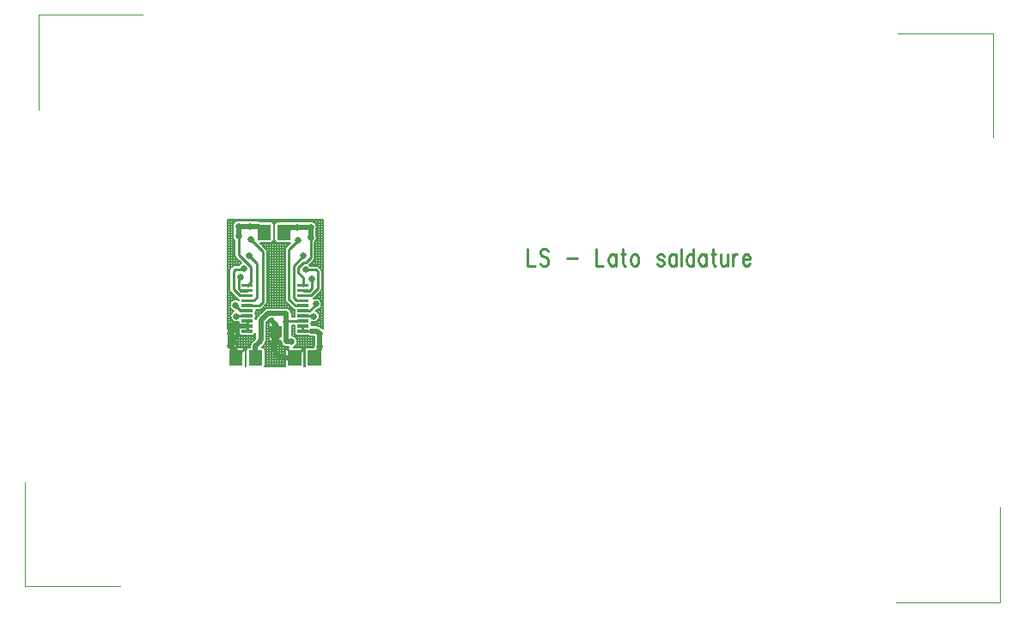
<source format=gbr>
*
*
G04 PADS Layout (Build Number 2007.65.1) generated Gerber (RS-274-X) file*
G04 PC Version=2.1*
*
%IN "P2007_0000_RBCS_RC_MAIS"*%
*
%MOIN*%
*
%FSLAX35Y35*%
*
*
*
*
G04 PC Standard Apertures*
*
*
G04 Thermal Relief Aperture macro.*
%AMTER*
1,1,$1,0,0*
1,0,$1-$2,0,0*
21,0,$3,$4,0,0,45*
21,0,$3,$4,0,0,135*
%
*
*
G04 Annular Aperture macro.*
%AMANN*
1,1,$1,0,0*
1,0,$2,0,0*
%
*
*
G04 Odd Aperture macro.*
%AMODD*
1,1,$1,0,0*
1,0,$1-0.005,0,0*
%
*
*
G04 PC Custom Aperture Macros*
*
*
*
*
*
*
G04 PC Aperture Table*
*
%ADD010C,0.01*%
%ADD031C,0.008*%
%ADD040C,0.001*%
%ADD133C,0.015*%
%ADD134C,0.02*%
%ADD147C,0.026*%
%ADD149R,0.01181X0.01181*%
%ADD156R,0.052X0.052*%
*
*
*
*
G04 PC Copper Outlines (0)*
G04 Layer Name P2007_0000_RBCS_RC_MAIS - dark (0)*
%LPD*%
*
*
G04 PC Area=Custom_Thermal*
*
G04 PC Custom Flashes*
G04 Layer Name P2007_0000_RBCS_RC_MAIS - flashes*
%LPD*%
*
*
G04 PC Circuitry*
G04 Layer Name P2007_0000_RBCS_RC_MAIS - circuitry*
%LPD*%
*
G54D10*
G01X511417Y440421D02*
Y433858D01*
X514145*
X519372Y439483D02*
X518917Y440108D01*
X518236Y440421*
X517326*
X516645Y440108*
X516190Y439483*
Y438858*
X516417Y438233*
X516645Y437921*
X517099Y437608*
X518463Y436983*
X518917Y436671*
X519145Y436358*
X519372Y435733*
Y434796*
X518917Y434171*
X518236Y433858*
X517326*
X516645Y434171*
X516190Y434796*
X526645Y436671D02*
X530736D01*
X538008Y440421D02*
Y433858D01*
X540736*
X545508Y438233D02*
Y433858D01*
Y437296D02*
X545054Y437921D01*
X544599Y438233*
X543917*
X543463Y437921*
X543008Y437296*
X542781Y436358*
Y435733*
X543008Y434796*
X543463Y434171*
X543917Y433858*
X544599*
X545054Y434171*
X545508Y434796*
X548236Y440421D02*
Y435108D01*
X548463Y434171*
X548917Y433858*
X549372*
X547554Y438233D02*
X549145D01*
X552554D02*
X552099Y437921D01*
X551645Y437296*
X551417Y436358*
Y435733*
X551645Y434796*
X552099Y434171*
X552554Y433858*
X553236*
X553690Y434171*
X554145Y434796*
X554372Y435733*
Y436358*
X554145Y437296*
X553690Y437921*
X553236Y438233*
X552554*
X564145Y437296D02*
X563917Y437921D01*
X563236Y438233*
X562554*
X561872Y437921*
X561645Y437296*
X561872Y436671*
X562326Y436358*
X563463Y436046*
X563917Y435733*
X564145Y435108*
Y434796*
X563917Y434171*
X563236Y433858*
X562554*
X561872Y434171*
X561645Y434796*
X568917Y438233D02*
Y433858D01*
Y437296D02*
X568463Y437921D01*
X568008Y438233*
X567326*
X566872Y437921*
X566417Y437296*
X566190Y436358*
Y435733*
X566417Y434796*
X566872Y434171*
X567326Y433858*
X568008*
X568463Y434171*
X568917Y434796*
X570963Y440421D02*
Y433858D01*
X575736Y440421D02*
Y433858D01*
Y437296D02*
X575281Y437921D01*
X574826Y438233*
X574145*
X573690Y437921*
X573236Y437296*
X573008Y436358*
Y435733*
X573236Y434796*
X573690Y434171*
X574145Y433858*
X574826*
X575281Y434171*
X575736Y434796*
X580508Y438233D02*
Y433858D01*
Y437296D02*
X580054Y437921D01*
X579599Y438233*
X578917*
X578463Y437921*
X578008Y437296*
X577781Y436358*
Y435733*
X578008Y434796*
X578463Y434171*
X578917Y433858*
X579599*
X580054Y434171*
X580508Y434796*
X583236Y440421D02*
Y435108D01*
X583463Y434171*
X583917Y433858*
X584372*
X582554Y438233D02*
X584145D01*
X586417D02*
Y435108D01*
X586645Y434171*
X587099Y433858*
X587781*
X588236Y434171*
X588917Y435108*
Y438233D02*
Y433858D01*
X590963Y438233D02*
Y433858D01*
Y436358D02*
X591190Y437296D01*
X591645Y437921*
X592099Y438233*
X592781*
X594826Y436358D02*
X597554D01*
Y436983*
X597326Y437608*
X597099Y437921*
X596645Y438233*
X595963*
X595508Y437921*
X595054Y437296*
X594826Y436358*
Y435733*
X595054Y434796*
X595508Y434171*
X595963Y433858*
X596645*
X597099Y434171*
X597554Y434796*
X398425Y414173D02*
Y414370D01*
X402559*
X402559*
Y408465D02*
Y410433D01*
Y412402*
Y416339D02*
X400075D01*
X398031Y418382*
Y418504*
X402559Y418307D02*
X407129D01*
X408661Y419840*
Y439370*
X403937Y444094*
X417717Y412402D02*
X424213D01*
X427165Y408465D02*
X424213D01*
X428346Y414173D02*
Y414370D01*
X428346*
X424213*
Y408465D02*
X424213D01*
X424016*
Y410433*
X424016*
X424213*
Y416339D02*
X426697D01*
X429134Y418775*
Y418898*
X424213Y418307D02*
X421292D01*
X418772Y420827*
Y440032*
X422441Y443701*
X402559Y420276D02*
X405044D01*
X406299Y421531*
Y434646*
X403150Y437795*
X402559Y422244D02*
X399639D01*
X397162Y424721*
Y431808*
X397876Y432521*
X401025*
X401181Y432677*
X402559Y424213D02*
X400075D01*
X399194Y425093*
Y428721*
X400000Y429528*
X402559Y426181D02*
X403937Y427559D01*
Y433465*
X399213Y438189*
Y445276*
X424213Y420276D02*
X421728D01*
X420472Y421531*
Y433858*
X424409Y437795*
X424213Y422244D02*
X427133D01*
X430059Y425170*
Y431358*
X429134Y432283*
X425197*
X424213Y424213D02*
X426697D01*
X427578Y425093*
Y428721*
X427559Y428740*
X424213Y426181D02*
Y429331D01*
X422441Y431102*
Y433071*
X424409Y435039*
X425197*
X427165Y437008*
Y444488*
X426378Y445276*
X427165Y444882D02*
X426378Y445276D01*
X424381Y401809D02*
X422842Y400270D01*
X417625Y401809D02*
X419165Y400270D01*
X401546Y401809D02*
X400007Y400270D01*
G54D31*
X428609Y403524D02*
Y406318D01*
X428584Y406365D02*
G75*
G03X428609Y406318I2125J1115D01*
G01X428584Y406365D02*
X427165D01*
X425920Y406774D02*
G03X427165Y406365I1245J1691D01*
G01X425920Y406774D02*
X422047D01*
X420947Y407874D02*
G03X422047Y406774I1100J0D01*
G01X420947Y407874D02*
Y409055D01*
X421020Y409449D02*
G03X420947Y409055I1027J-394D01*
G01Y409843D02*
G03X421020Y409449I1100J-0D01*
G01X420947Y409843D02*
Y410802D01*
X419817*
Y406727*
X420646Y402132D02*
G03X419817Y406727I-961J2199D01*
G01X420646Y402132D02*
X423603D01*
X424703Y401031D02*
G03X423603Y402132I-1100J0D01*
G01X424703Y401031D02*
Y395031D01*
X424679Y394801D02*
G03X424703Y395031I-1076J230D01*
G01X424679Y394801D02*
X424928D01*
X424903Y395031D02*
G03X424928Y394801I1100J0D01*
G01X424903Y395031D02*
Y401031D01*
X426003Y402132D02*
G03X424903Y401031I0J-1101D01*
G01X426003Y402132D02*
X428320D01*
X428609Y403524D02*
G03X428320Y402132I2100J-1162D01*
G01X431971Y409522D02*
Y451656D01*
X394801*
Y409522*
X396487Y405118D02*
G03X394801Y409522I-424J2362D01*
G01X398380Y402132D02*
G03X396487Y405118I-2317J624D01*
G01X398380Y402132D02*
X400769D01*
X401869Y401031D02*
G03X400769Y402132I-1100J0D01*
G01X401869Y401031D02*
Y395031D01*
X401844Y394801D02*
G03X401869Y395031I-1075J230D01*
G01X401844Y394801D02*
X402093D01*
X402068Y395031D02*
G03X402093Y394801I1101J0D01*
G01X402068Y395031D02*
Y401031D01*
X403169Y402132D02*
G03X402068Y401031I-0J-1101D01*
G01X403169Y402132D02*
X403609D01*
Y402559*
X404224Y404044D02*
G03X403609Y402559I1485J-1485D01*
G01X404224Y404044D02*
X405650Y405471D01*
X405774Y405809D02*
G03X405650Y405471I1903J-888D01*
G01X405774Y405809D02*
Y407545D01*
X404724Y406774D02*
G03X405774Y407545I0J1100D01*
G01X404724Y406774D02*
X400394D01*
X399294Y407874D02*
G03X400394Y406774I1100J0D01*
G01X399294Y407874D02*
Y409055D01*
X399367Y409449D02*
G03X399294Y409055I1027J-394D01*
G01Y409843D02*
G03X399367Y409449I1100J-0D01*
G01X399294Y409843D02*
Y411024D01*
X399367Y411417D02*
G03X399294Y411024I1027J-393D01*
G01Y411811D02*
G03X399367Y411417I1100J0D01*
G01X399294Y411811D02*
Y411936D01*
X397216Y416247D02*
G03X399294Y411936I1209J-2074D01*
G01Y420545D02*
G03X397216Y416247I-1263J-2041D01*
G01X399294Y420545D02*
Y420682D01*
X398508Y421113D02*
G03X399294Y420682I1131J1131D01*
G01X398508Y421113D02*
X396031Y423590D01*
X395562Y424721D02*
G03X396031Y423590I1600J0D01*
G01X395562Y424721D02*
Y431808D01*
X396031Y432939D02*
G03X395562Y431808I1131J-1131D01*
G01X396031Y432939D02*
X396744Y433653D01*
X397876Y434121D02*
G03X396744Y433653I-0J-1600D01*
G01X397876Y434121D02*
X399264D01*
X400250Y434889D02*
G03X399264Y434121I931J-2212D01*
G01X400250Y434889D02*
X398081Y437058D01*
X397613Y438189D02*
G03X398081Y437058I1600J-0D01*
G01X397613Y438189D02*
Y443487D01*
X397113Y446437D02*
G03X397613Y443487I2100J-1161D01*
G01X397113Y446437D02*
Y448051D01*
X400374Y451313D02*
G03X397113Y448051I-1161J-2100D01*
G01X400374Y451313D02*
X402381D01*
X404705D02*
G03X402381I-1162J-2100D01*
G01X404705D02*
X406830D01*
X408009Y450950D02*
G03X406830Y451313I-1179J-1737D01*
G01X408009Y450950D02*
X411792D01*
X412892Y449850D02*
G03X411792Y450950I-1100J0D01*
G01X412892Y449850D02*
Y443850D01*
X411792Y442750D02*
G03X412892Y443850I0J1100D01*
G01X411792Y442750D02*
X407544D01*
X409793Y440501*
X410261Y439370D02*
G03X409793Y440501I-1600J0D01*
G01X410261Y439370D02*
Y419840D01*
X409793Y418709D02*
G03X410261Y419840I-1132J1131D01*
G01X409793Y418709D02*
X408260Y417176D01*
X407129Y416707D02*
G03X408260Y417176I-0J1600D01*
G01X407129Y416707D02*
X405824D01*
Y415748*
X405752Y415354D02*
G03X405824Y415748I-1028J394D01*
G01Y414961D02*
G03X405752Y415354I-1100J-0D01*
G01X405824Y414961D02*
Y413780D01*
X405752Y413386D02*
G03X405824Y413780I-1028J394D01*
G01X405823Y413049D02*
G03X405752Y413386I-1099J-57D01*
G01X406389Y414083D02*
G03X405823Y413049I1485J-1485D01*
G01X406389Y414083D02*
X409145Y416839D01*
X410630Y417454D02*
G03X409145Y416839I-0J-2100D01*
G01X410630Y417454D02*
X417717D01*
X419817Y415354D02*
G03X417717Y417454I-2100J0D01*
G01X419817Y415354D02*
Y414002D01*
X420947*
Y414961*
X421020Y415354D02*
G03X420947Y414961I1027J-393D01*
G01Y415748D02*
G03X421020Y415354I1100J0D01*
G01X420947Y415748D02*
Y416745D01*
X420161Y417176D02*
G03X420947Y416745I1131J1131D01*
G01X420161Y417176D02*
X417641Y419696D01*
X417172Y420827D02*
G03X417641Y419696I1600J0D01*
G01X417172Y420827D02*
Y440032D01*
X417641Y441164D02*
G03X417172Y440032I1131J-1132D01*
G01X417641Y441164D02*
X419228Y442750D01*
X414192*
X413092Y443850D02*
G03X414192Y442750I1100J0D01*
G01X413092Y443850D02*
Y449850D01*
X414192Y450950D02*
G03X413092Y449850I0J-1100D01*
G01X414192Y450950D02*
X419392D01*
X419654Y450919D02*
G03X419392Y450950I-262J-1069D01*
G01X419685Y450919D02*
G03X419654I0J-2100D01*
G01X419685D02*
X420885D01*
X423209D02*
G03X420885I-1162J-2100D01*
G01X423209D02*
X426003D01*
X429265Y447657D02*
G03X426003Y450919I-2100J1162D01*
G01X429265Y447657D02*
Y446044D01*
X428765Y443093D02*
G03X429265Y446044I-1600J1789D01*
G01X428765Y443093D02*
Y437008D01*
X428297Y435876D02*
G03X428765Y437008I-1132J1132D01*
G01X428297Y435876D02*
X426629Y434209D01*
X426986Y433883D02*
G03X426629Y434209I-1789J-1600D01*
G01X426986Y433883D02*
X429134D01*
X430265Y433415D02*
G03X429134Y433883I-1131J-1132D01*
G01X430265Y433415D02*
X431190Y432490D01*
X431659Y431358D02*
G03X431190Y432490I-1600J0D01*
G01X431659Y431358D02*
Y425170D01*
X431190Y424039D02*
G03X431659Y425170I-1131J1131D01*
G01X431190Y424039D02*
X428299Y421148D01*
X429119Y416498D02*
G03X428299Y421148I15J2400D01*
G01X429119Y416498D02*
X429080Y416458D01*
X427478Y411936D02*
G03X429080Y416458I868J2237D01*
G01X427478Y411936D02*
Y411811D01*
X427405Y411417D02*
G03X427478Y411811I-1027J394D01*
G01Y411024D02*
G03X427405Y411417I-1100J-0D01*
G01X427478Y411024D02*
Y410565D01*
X429724*
X431209Y409950D02*
G03X429724Y410565I-1485J-1485D01*
G01X431209Y409950D02*
X431372Y409787D01*
X431971Y409522D02*
G03X431372Y409787I-1262J-2042D01*
G01X418403Y402132D02*
X418724D01*
X418523Y402231D02*
G03X418724Y402132I1162J2100D01*
G01X418523Y402231D02*
X417717D01*
X415617Y404331D02*
G03X417717Y402231I2100J-0D01*
G01X415617Y404331D02*
Y404626D01*
Y406397D02*
G03Y404626I-2231J-885D01*
G01Y406397D02*
Y410138D01*
X412500Y413254D02*
G03X415617Y410138I886J-2230D01*
G01X412500Y413254D02*
X411500D01*
X409974Y411729*
Y405118*
X409746Y404166D02*
G03X409974Y405118I-1872J952D01*
G01X409162Y403043D02*
G03X409746Y404166I-1485J1485D01*
G01X409162Y403043D02*
X408251Y402132D01*
X408369*
X409469Y401031D02*
G03X408369Y402132I-1100J0D01*
G01X409469Y401031D02*
Y395031D01*
X409444Y394801D02*
G03X409469Y395031I-1075J230D01*
G01X409444Y394801D02*
X417328D01*
X417303Y395031D02*
G03X417328Y394801I1100J0D01*
G01X417303Y395031D02*
Y401031D01*
X418403Y402132D02*
G03X417303Y401031I0J-1101D01*
G01X409352Y401525D02*
X417420D01*
X409469Y400525D02*
X417303D01*
X409469Y399525D02*
X417303D01*
X409469Y398525D02*
X417303D01*
X409469Y397525D02*
X417303D01*
X409469Y396525D02*
X417303D01*
X409469Y395525D02*
X417303D01*
X408644Y402525D02*
X416645D01*
X414732Y403525D02*
X415777D01*
X415260Y409525D02*
X415617D01*
X409974Y408525D02*
X415617D01*
X414693Y407525D02*
X415617D01*
X415562Y406525D02*
X415617D01*
X415573Y404525D02*
X415617D01*
X409974Y407525D02*
X412079D01*
X409522Y403525D02*
X412040D01*
X410770Y412525D02*
X411513D01*
X409974Y409525D02*
X411511D01*
X409974Y406525D02*
X411210D01*
X409888Y404525D02*
X411198D01*
X409974Y411525D02*
X411039D01*
X409974Y410525D02*
X411038D01*
X409974Y405525D02*
X410986D01*
X404187Y451525D02*
X431971D01*
X428854Y450525D02*
X431971D01*
X429459Y449525D02*
X431971D01*
X429547Y448525D02*
X431971D01*
X429265Y447525D02*
X431971D01*
X429265Y446525D02*
X431971D01*
X429478Y445525D02*
X431971D01*
X429539Y444525D02*
X431971D01*
X429145Y443525D02*
X431971D01*
X428765Y442525D02*
X431971D01*
X428765Y441525D02*
X431971D01*
X428765Y440525D02*
X431971D01*
X428765Y439525D02*
X431971D01*
X428765Y438525D02*
X431971D01*
X428765Y437525D02*
X431971D01*
X428691Y436525D02*
X431971D01*
X427945Y435525D02*
X431971D01*
X426945Y434525D02*
X431971D01*
X430144Y433525D02*
X431971D01*
X431155Y432525D02*
X431971D01*
X431650Y431525D02*
X431971D01*
X431659Y430525D02*
X431971D01*
X431659Y429525D02*
X431971D01*
X431659Y428525D02*
X431971D01*
X431659Y427525D02*
X431971D01*
X431659Y426525D02*
X431971D01*
X431659Y425525D02*
X431971D01*
X431523Y424525D02*
X431971D01*
X430676Y423525D02*
X431971D01*
X429676Y422525D02*
X431971D01*
X428676Y421525D02*
X431971D01*
X430898Y420525D02*
X431971D01*
X431451Y419525D02*
X431971D01*
X431505Y418525D02*
X431971D01*
X431102Y417525D02*
X431971D01*
X429493Y416525D02*
X431971D01*
X430330Y415525D02*
X431971D01*
X430721Y414525D02*
X431971D01*
X430657Y413525D02*
X431971D01*
X430091Y412525D02*
X431971D01*
X427440Y411525D02*
X431971D01*
X430132Y410525D02*
X431971D01*
X431966Y409525D02*
X431971D01*
X419810Y415525D02*
X420970D01*
X419460Y416525D02*
X420947D01*
X419817Y414525D02*
X420947D01*
X408609Y417525D02*
X419812D01*
X407770Y442525D02*
X419002D01*
X409609Y418525D02*
X418812D01*
X408770Y441525D02*
X418002D01*
X410230Y419525D02*
X417812D01*
X409770Y440525D02*
X417250D01*
X410261Y420525D02*
X417201D01*
X410254Y439525D02*
X417172D01*
X410261Y438525D02*
X417172D01*
X410261Y437525D02*
X417172D01*
X410261Y436525D02*
X417172D01*
X410261Y435525D02*
X417172D01*
X410261Y434525D02*
X417172D01*
X410261Y433525D02*
X417172D01*
X410261Y432525D02*
X417172D01*
X410261Y431525D02*
X417172D01*
X410261Y430525D02*
X417172D01*
X410261Y429525D02*
X417172D01*
X410261Y428525D02*
X417172D01*
X410261Y427525D02*
X417172D01*
X410261Y426525D02*
X417172D01*
X410261Y425525D02*
X417172D01*
X410261Y424525D02*
X417172D01*
X410261Y423525D02*
X417172D01*
X410261Y422525D02*
X417172D01*
X410261Y421525D02*
X417172D01*
X412661Y450525D02*
X413323D01*
X412843Y443525D02*
X413141D01*
X412892Y449525D02*
X413092D01*
X412892Y448525D02*
X413092D01*
X412892Y447525D02*
X413092D01*
X412892Y446525D02*
X413092D01*
X412892Y445525D02*
X413092D01*
X412892Y444525D02*
X413092D01*
X405824Y416525D02*
X408830D01*
X405802Y415525D02*
X407830D01*
X405824Y414525D02*
X406830D01*
X405795Y413525D02*
X405989D01*
X405767Y407525D02*
X405774D01*
X398265Y406525D02*
X405774D01*
X397454Y405525D02*
X405666D01*
X397685Y404525D02*
X404704D01*
X398337Y403525D02*
X403844D01*
X398452Y402525D02*
X403609D01*
X399856Y451525D02*
X402900D01*
X401752Y401525D02*
X402185D01*
X401869Y400525D02*
X402068D01*
X401869Y399525D02*
X402068D01*
X401869Y398525D02*
X402068D01*
X401869Y397525D02*
X402068D01*
X401869Y396525D02*
X402068D01*
X401869Y395525D02*
X402068D01*
X394801Y434525D02*
X399649D01*
X394801Y435525D02*
X399614D01*
X398463Y407525D02*
X399351D01*
X397320Y409525D02*
X399341D01*
X394801Y411525D02*
X399332D01*
X394801Y410525D02*
X399294D01*
X398224Y408525D02*
X399294D01*
X394801Y436525D02*
X398614D01*
X394801Y451525D02*
X398569D01*
X394801Y421525D02*
X398096D01*
X394801Y437525D02*
X397757D01*
X394801Y442525D02*
X397613D01*
X394801Y441525D02*
X397613D01*
X394801Y440525D02*
X397613D01*
X394801Y439525D02*
X397613D01*
X394801Y438525D02*
X397613D01*
X394801Y443525D02*
X397571D01*
X394801Y450525D02*
X397203D01*
X394801Y447525D02*
X397113D01*
X394801Y446525D02*
X397113D01*
X394801Y422525D02*
X397096D01*
X394801Y444525D02*
X396933D01*
X394801Y448525D02*
X396913D01*
X394801Y449525D02*
X396833D01*
X394801Y445525D02*
X396826D01*
X394801Y420525D02*
X396737D01*
X394801Y412525D02*
X396681D01*
X394801Y416525D02*
X396674D01*
X394801Y433525D02*
X396616D01*
X394801Y415525D02*
X396442D01*
X394801Y413525D02*
X396114D01*
X394801Y423525D02*
X396096D01*
X394801Y414525D02*
X396051D01*
X394801Y419525D02*
X395859D01*
X394801Y417525D02*
X395840D01*
X394801Y432525D02*
X395732D01*
X394801Y418525D02*
X395632D01*
X394801Y424525D02*
X395574D01*
X394801Y431525D02*
X395562D01*
X394801Y430525D02*
X395562D01*
X394801Y429525D02*
X395562D01*
X394801Y428525D02*
X395562D01*
X394801Y427525D02*
X395562D01*
X394801Y426525D02*
X395562D01*
X394801Y425525D02*
X395562D01*
X394801Y409525D02*
X394806D01*
X421767Y405525D02*
X428609D01*
X422077Y404525D02*
X428609D01*
X421946Y403525D02*
X428609D01*
X421266Y402525D02*
X428314D01*
X420658Y406525D02*
X426361D01*
X424586Y401525D02*
X425020D01*
X424703Y400525D02*
X424903D01*
X424703Y399525D02*
X424903D01*
X424703Y398525D02*
X424903D01*
X424703Y397525D02*
X424903D01*
X424703Y396525D02*
X424903D01*
X424703Y395525D02*
X424903D01*
X419817Y407525D02*
X421004D01*
X419817Y409525D02*
X420994D01*
X419817Y410525D02*
X420947D01*
X419817Y408525D02*
X420947D01*
X417801Y401952D02*
Y402231D01*
X416801Y394801D02*
Y402441D01*
X415801Y394801D02*
Y403470D01*
X414801Y407450D02*
Y409085D01*
Y394801D02*
Y403573D01*
X413801Y407876D02*
Y408660D01*
Y394801D02*
Y403148D01*
X412801Y407839D02*
Y408696D01*
Y394801D02*
Y403184D01*
X411801Y412826D02*
Y413254D01*
Y407314D02*
Y409221D01*
Y394801D02*
Y403710D01*
X410801Y394801D02*
Y412555D01*
X409801Y394801D02*
Y404283D01*
X408801Y402043D02*
Y402681D01*
X431801Y409617D02*
Y451656D01*
X430801Y432879D02*
Y451656D01*
Y420624D02*
Y423649D01*
Y410268D02*
Y417171D01*
X429801Y433738D02*
Y451656D01*
Y421203D02*
Y422649D01*
Y416082D02*
Y416592D01*
Y410563D02*
Y412264D01*
X428801Y450575D02*
Y451656D01*
Y433883D02*
Y443125D01*
Y421274D02*
Y421649D01*
Y410565D02*
Y411817D01*
X427801Y451133D02*
Y451656D01*
Y433883D02*
Y435381D01*
Y410565D02*
Y411836D01*
X426801Y451191D02*
Y451656D01*
Y434069D02*
Y434381D01*
X425801Y450919D02*
Y451656D01*
X424801Y450919D02*
Y451656D01*
X423801Y450919D02*
Y451656D01*
X422801Y451098D02*
Y451656D01*
X421801Y451206D02*
Y451656D01*
X420801Y450919D02*
Y451656D01*
Y414002D02*
Y416784D01*
X419801Y450919D02*
Y451656D01*
Y415611D02*
Y417536D01*
X418801Y450950D02*
Y451656D01*
Y442323D02*
Y442750D01*
Y417153D02*
Y418536D01*
X417801Y450950D02*
Y451656D01*
Y441323D02*
Y442750D01*
Y417453D02*
Y419536D01*
X416801Y450950D02*
Y451656D01*
Y417454D02*
Y442750D01*
X415801Y450950D02*
Y451656D01*
Y417454D02*
Y442750D01*
X414801Y450950D02*
Y451656D01*
Y417454D02*
Y442750D01*
X413801Y450878D02*
Y451656D01*
Y417454D02*
Y442822D01*
X412801Y450289D02*
Y451656D01*
Y417454D02*
Y443412D01*
X411801Y450950D02*
Y451656D01*
Y417454D02*
Y442750D01*
X410801Y450950D02*
Y451656D01*
Y417454D02*
Y442750D01*
X409801Y450950D02*
Y451656D01*
Y440493D02*
Y442750D01*
Y417284D02*
Y418717D01*
X408801Y450950D02*
Y451656D01*
Y441493D02*
Y442750D01*
Y416495D02*
Y417717D01*
X407801Y451075D02*
Y451656D01*
Y442493D02*
Y442750D01*
Y415495D02*
Y416855D01*
X406801Y451313D02*
Y451656D01*
Y414495D02*
Y416707D01*
X405801Y451313D02*
Y451656D01*
Y415187D02*
Y415521D01*
Y413219D02*
Y413553D01*
X404801Y451313D02*
Y451656D01*
Y404621D02*
Y406777D01*
X403801Y451599D02*
Y451656D01*
Y403437D02*
Y406774D01*
X402801Y451495D02*
Y451656D01*
Y402068D02*
Y406774D01*
X401801Y451313D02*
Y451656D01*
Y401411D02*
Y406774D01*
X400801Y451313D02*
Y451656D01*
Y402131D02*
Y406774D01*
X399801Y451539D02*
Y451656D01*
Y434641D02*
Y435338D01*
Y402132D02*
Y406947D01*
X398801Y451577D02*
Y451656D01*
Y434121D02*
Y436338D01*
Y420777D02*
Y420881D01*
Y402132D02*
Y411803D01*
X397801Y451153D02*
Y451656D01*
Y434120D02*
Y437436D01*
Y420893D02*
Y421819D01*
Y409136D02*
Y411856D01*
Y404411D02*
Y405825D01*
X396801Y433707D02*
Y451656D01*
Y420564D02*
Y422819D01*
Y415940D02*
Y416443D01*
Y409764D02*
Y412406D01*
Y405040D02*
Y405197D01*
X395801Y432649D02*
Y451656D01*
Y419389D02*
Y423880D01*
Y409866D02*
Y417618D01*
X427801Y402132D02*
Y406365D01*
X426801Y402132D02*
Y406396D01*
X425801Y402113D02*
Y406774D01*
X424801Y394801D02*
Y406774D01*
X423801Y402114D02*
Y406774D01*
X422801Y402132D02*
Y406774D01*
X421801Y405464D02*
Y406802D01*
Y402132D02*
Y403198D01*
X420801Y406456D02*
Y410802D01*
Y402132D02*
Y402206D01*
G54D40*
X654331Y303150D02*
X694488D01*
Y340157*
X692126Y483858D02*
Y524016D01*
X655118*
X316142Y349606D02*
Y309449D01*
X353150*
X361811Y531496D02*
X321654D01*
Y494488*
G54D133*
X415083Y407209D02*
X414305Y406431D01*
X411689Y407209D02*
X412467Y406431D01*
X411689Y403815D02*
X412467Y404593D01*
X415083Y403815D02*
X414305Y404593D01*
X411689Y412721D02*
X412467Y411943D01*
X411689Y409327D02*
X412467Y410104D01*
X415083Y409327D02*
X414305Y410104D01*
X397760Y409177D02*
X396982Y408400D01*
X397760Y405783D02*
X396982Y406561D01*
X397760Y404453D02*
X396982Y403675D01*
G54D134*
X398169Y398031D02*
X398425D01*
Y400394*
X396063Y402756*
X405769Y398031D02*
X405709Y398091D01*
Y402559*
X407677Y404528*
Y404921*
X407874Y405118*
Y412598*
X410630Y415354*
X417717*
X421003Y398031D02*
X415748D01*
X413386Y400394*
Y411024*
X428603Y398031D02*
X430709Y401318D01*
Y402362*
X396063Y407480D02*
Y410433D01*
X402559*
X396063Y402756D02*
Y407480D01*
X419685Y404331D02*
X417717D01*
Y412205*
X430709Y402362D02*
Y407480D01*
X429724Y408465*
X427165*
X417717Y412205D02*
Y412402D01*
Y415354*
X399213Y445276D02*
Y449213D01*
X409192Y446850D02*
X406830Y449213D01*
X403543*
X416792Y446850D02*
X419685Y448819D01*
X422047*
X427165Y444882D02*
Y448819D01*
X399213Y449213D02*
X403543D01*
X422047Y448819D02*
X427165D01*
G54D147*
X396063Y407480D03*
Y402756D03*
X419685Y404331D03*
X413386Y405512D03*
X430709Y402362D03*
Y407480D03*
X398425Y414173D03*
X417717Y412205D03*
X413386Y411024D03*
X428346Y414173D03*
X398031Y418504D03*
X429134Y418898D03*
X401181Y432677D03*
X400000Y429528D03*
X403150Y437795D03*
X424409D03*
X425197Y432283D03*
X427559Y428740D03*
X399213Y445276D03*
X403937Y444094D03*
X427165Y444882D03*
X422441Y443701D03*
X399213Y449213D03*
X403543D03*
X427165Y448819D03*
X422047D03*
G54D149*
X425787Y426181D02*
X422638D01*
X404134D02*
X400984D01*
X425787Y424213D02*
X422638D01*
X404134D02*
X400984D01*
X425787Y422244D02*
X422638D01*
X404134D02*
X400984D01*
X425787Y420276D02*
X422638D01*
X404134D02*
X400984D01*
X425787Y418307D02*
X422638D01*
X404134D02*
X400984D01*
X425787Y416339D02*
X422638D01*
X404134D02*
X400984D01*
X425787Y414370D02*
X422638D01*
X404134D02*
X400984D01*
X425787Y412402D02*
X422638D01*
X404134D02*
X400984D01*
X425787Y410433D02*
X422638D01*
X404134D02*
X400984D01*
X425787Y408465D02*
X422638D01*
X404134D02*
X400984D01*
G54D156*
X416792Y447250D02*
Y446450D01*
X409192Y447250D02*
Y446450D01*
X405769Y398431D02*
Y397631D01*
X398169Y398431D02*
Y397631D01*
X428603Y398431D02*
Y397631D01*
X421003Y398431D02*
Y397631D01*
G74*
X0Y0D02*
M02*

</source>
